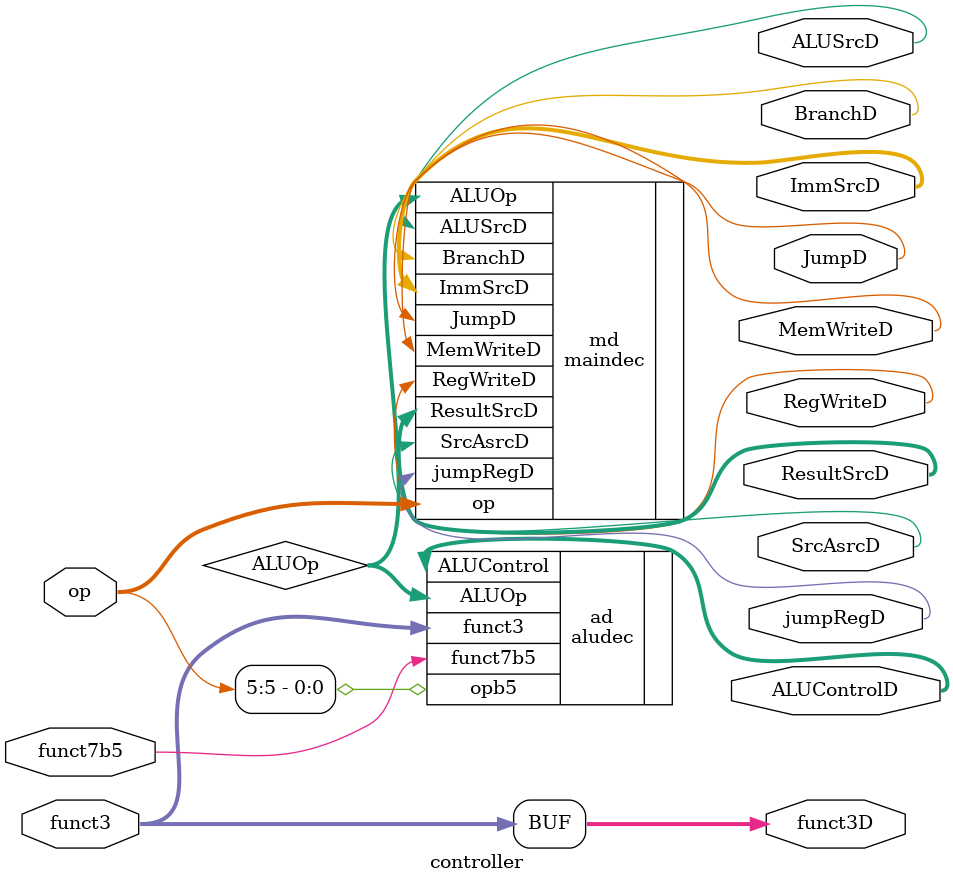
<source format=sv>
module controller (
    
    input logic [6:0] op,
    input logic [2:0] funct3,
    input logic funct7b5,

    output logic RegWriteD,
    output logic [1:0] ResultSrcD,
    output logic MemWriteD,
    output logic JumpD,
    output logic BranchD,
    output logic [3:0] ALUControlD,
    output logic ALUSrcD,
    output logic [2:0] ImmSrcD,
    output logic SrcAsrcD,
    output logic [2:0] funct3D,
    output logic jumpRegD
                   
    );

    logic [1:0] ALUOp;
    assign funct3D = funct3;

    maindec md(
        .op(op),
        .ResultSrcD(ResultSrcD),
        .MemWriteD(MemWriteD),
        .BranchD(BranchD),
        .ALUSrcD(ALUSrcD),
        .RegWriteD(RegWriteD),
        .JumpD(JumpD),
        .ImmSrcD(ImmSrcD),
        .ALUOp(ALUOp),
        .SrcAsrcD(SrcAsrcD),
        .jumpRegD(jumpRegD)
    );

    aludec ad(
        .opb5(op[5]),
        .funct3(funct3),
        .funct7b5(funct7b5),
        .ALUOp(ALUOp),
        .ALUControl(ALUControlD)
    );
    
endmodule

</source>
